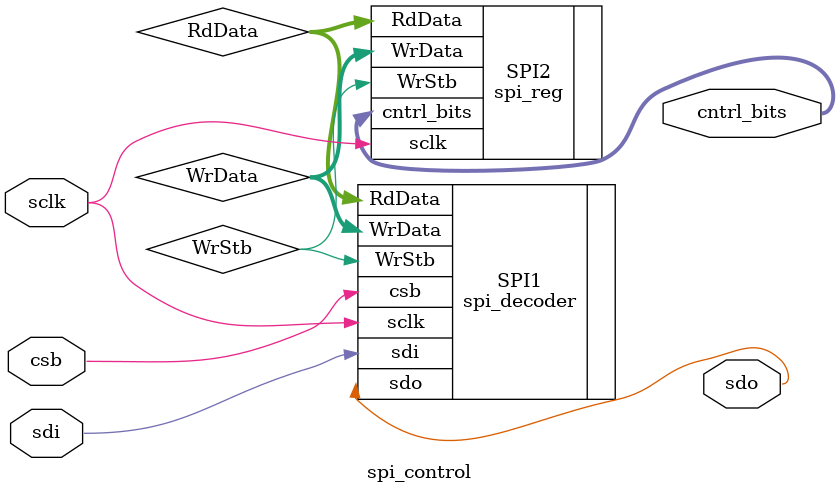
<source format=v>
`timescale  1 ns / 10 ps
module spi_control(sdi, sdo, csb, sclk, cntrl_bits);
				
input sclk, csb, sdi;

output sdo;
output [7:0] cntrl_bits;

wire [7:0] RdData, WrData;

spi_decoder SPI1(.sdi(sdi), .sdo(sdo), .csb(csb), .sclk(sclk), 
					.RdData(RdData), .WrData(WrData), .WrStb(WrStb));

spi_reg SPI2(.sclk(sclk), .RdData(RdData), .WrStb(WrStb), 
			  .WrData(WrData), .cntrl_bits(cntrl_bits));

endmodule

</source>
